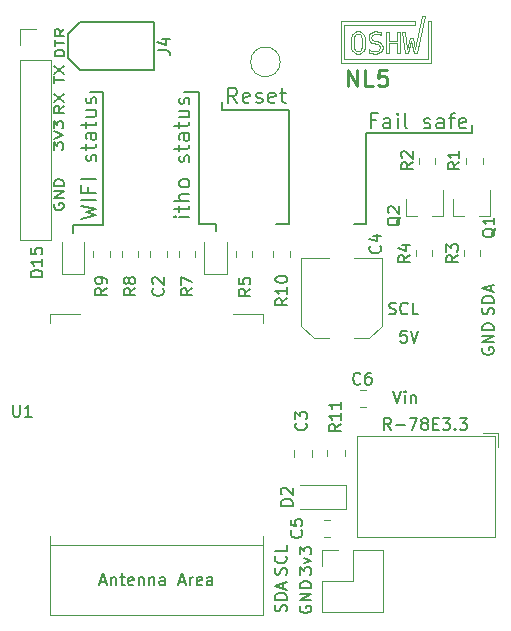
<source format=gto>
G04 #@! TF.GenerationSoftware,KiCad,Pcbnew,(6.0.1-0)*
G04 #@! TF.CreationDate,2022-02-11T21:02:12+01:00*
G04 #@! TF.ProjectId,ithowifi_4l,6974686f-7769-4666-995f-346c2e6b6963,rev?*
G04 #@! TF.SameCoordinates,Original*
G04 #@! TF.FileFunction,Legend,Top*
G04 #@! TF.FilePolarity,Positive*
%FSLAX46Y46*%
G04 Gerber Fmt 4.6, Leading zero omitted, Abs format (unit mm)*
G04 Created by KiCad (PCBNEW (6.0.1-0)) date 2022-02-11 21:02:12*
%MOMM*%
%LPD*%
G01*
G04 APERTURE LIST*
%ADD10C,0.200000*%
%ADD11C,0.125000*%
%ADD12C,0.150000*%
%ADD13C,0.219726*%
%ADD14C,0.120000*%
G04 APERTURE END LIST*
D10*
X99568000Y-111760000D02*
X99568000Y-122936000D01*
X99568000Y-111760000D02*
X98298000Y-111760000D01*
X99568000Y-122936000D02*
X100965000Y-122936000D01*
X100965000Y-123571000D02*
X100965000Y-122936000D01*
X113665000Y-122936000D02*
X112649000Y-122936000D01*
X113665000Y-122936000D02*
X113665000Y-115252500D01*
X122682000Y-115252500D02*
X122682000Y-114617500D01*
X113665000Y-115252500D02*
X122682000Y-115252500D01*
X106045000Y-122936000D02*
X107188000Y-122936000D01*
X101473000Y-113284000D02*
X101473000Y-112649000D01*
X101473000Y-113284000D02*
X107188000Y-113284000D01*
X107188000Y-122936000D02*
X107188000Y-113284000D01*
X88900000Y-123063000D02*
X91440000Y-123063000D01*
D11*
X116768896Y-106703121D02*
X116768896Y-106703121D01*
X117040946Y-108525770D02*
X116768896Y-106703121D01*
X117274296Y-108525770D02*
X117040946Y-108525770D01*
X117520896Y-107442870D02*
X117274296Y-108525770D01*
X117768496Y-108525770D02*
X117520896Y-107442870D01*
X118001795Y-108525770D02*
X117768496Y-108525770D01*
X118690546Y-105348970D02*
X118001795Y-108525770D01*
X118450196Y-105348970D02*
X118690546Y-105348970D01*
X117858846Y-108185070D02*
X118450196Y-105348970D01*
X117648846Y-107203620D02*
X117858846Y-108185070D01*
X117391446Y-107203620D02*
X117648846Y-107203620D01*
X117183946Y-108182620D02*
X117391446Y-107203620D01*
X117009246Y-106703121D02*
X117183946Y-108182620D01*
X116768896Y-106703121D02*
X117009246Y-106703121D01*
X115431795Y-106703121D02*
X115431795Y-106703121D01*
X115431795Y-108525770D02*
X115431795Y-106703121D01*
X115679746Y-108525770D02*
X115431795Y-108525770D01*
X115679746Y-107657720D02*
X115679746Y-108525770D01*
X116354646Y-107657720D02*
X115679746Y-107657720D01*
X116354646Y-108525770D02*
X116354646Y-107657720D01*
X116602596Y-108525770D02*
X116354646Y-108525770D01*
X116602596Y-106703121D02*
X116602596Y-108525770D01*
X116354646Y-106703121D02*
X116602596Y-106703121D01*
X116354646Y-107450220D02*
X116354646Y-106703121D01*
X115679746Y-107450220D02*
X116354646Y-107450220D01*
X115679746Y-106703121D02*
X115679746Y-107450220D01*
X115431795Y-106703121D02*
X115679746Y-106703121D01*
X114996431Y-106765820D02*
X114996431Y-106765520D01*
X114975001Y-106757670D02*
X114996431Y-106765820D01*
X114771546Y-106698820D02*
X114975001Y-106757670D01*
X114752281Y-106695020D02*
X114771546Y-106698820D01*
X114732756Y-106690921D02*
X114752281Y-106695020D01*
X114586541Y-106670570D02*
X114732756Y-106690921D01*
X114531476Y-106670570D02*
X114586541Y-106670570D01*
X114469896Y-106670570D02*
X114531476Y-106670570D01*
X114285976Y-106707220D02*
X114469896Y-106670570D01*
X114121861Y-106793470D02*
X114285976Y-106707220D01*
X114094466Y-106818170D02*
X114121861Y-106793470D01*
X114067066Y-106842570D02*
X114094466Y-106818170D01*
X113971580Y-106989070D02*
X114067066Y-106842570D01*
X113930885Y-107153720D02*
X113971580Y-106989070D01*
X113930885Y-107208770D02*
X113930885Y-107153720D01*
X113930885Y-107252470D02*
X113930885Y-107208770D01*
X113959376Y-107384020D02*
X113930885Y-107252470D01*
X114026376Y-107500670D02*
X113959376Y-107384020D01*
X114045636Y-107520220D02*
X114026376Y-107500670D01*
X114064626Y-107539470D02*
X114045636Y-107520220D01*
X114195101Y-107621370D02*
X114064626Y-107539470D01*
X114371971Y-107683770D02*
X114195101Y-107621370D01*
X114414291Y-107693270D02*
X114371971Y-107683770D01*
X114545851Y-107723920D02*
X114414291Y-107693270D01*
X114575151Y-107730420D02*
X114545851Y-107723920D01*
X114696136Y-107771121D02*
X114575151Y-107730420D01*
X114781851Y-107822670D02*
X114696136Y-107771121D01*
X114793791Y-107834870D02*
X114781851Y-107822670D01*
X114805726Y-107846820D02*
X114793791Y-107834870D01*
X114865681Y-107991370D02*
X114805726Y-107846820D01*
X114865681Y-108043720D02*
X114865681Y-107991370D01*
X114865681Y-108077120D02*
X114865681Y-108043720D01*
X114839636Y-108177220D02*
X114865681Y-108077120D01*
X114779146Y-108264020D02*
X114839636Y-108177220D01*
X114762056Y-108278120D02*
X114779146Y-108264020D01*
X114744691Y-108291970D02*
X114762056Y-108278120D01*
X114637541Y-108340220D02*
X114744691Y-108291970D01*
X114513026Y-108361120D02*
X114637541Y-108340220D01*
X114471526Y-108361120D02*
X114513026Y-108361120D01*
X114413471Y-108361120D02*
X114471526Y-108361120D01*
X114239591Y-108326420D02*
X114413471Y-108361120D01*
X114218706Y-108319620D02*
X114239591Y-108326420D01*
X114197816Y-108312571D02*
X114218706Y-108319620D01*
X113977275Y-108203771D02*
X114197816Y-108312571D01*
X113953951Y-108189120D02*
X113977275Y-108203771D01*
X113953951Y-108451470D02*
X113953951Y-108189120D01*
X113975651Y-108460420D02*
X113953951Y-108451470D01*
X114192116Y-108528770D02*
X113975651Y-108460420D01*
X114213816Y-108533370D02*
X114192116Y-108528770D01*
X114235251Y-108537970D02*
X114213816Y-108533370D01*
X114406966Y-108561320D02*
X114235251Y-108537970D01*
X114471526Y-108561320D02*
X114406966Y-108561320D01*
X114539066Y-108561320D02*
X114471526Y-108561320D01*
X114742521Y-108527121D02*
X114539066Y-108561320D01*
X114913421Y-108447370D02*
X114742521Y-108527121D01*
X114940276Y-108424620D02*
X114913421Y-108447370D01*
X114967131Y-108401820D02*
X114940276Y-108424620D01*
X115060991Y-108256970D02*
X114967131Y-108401820D01*
X115101411Y-108085220D02*
X115060991Y-108256970D01*
X115101411Y-108028020D02*
X115101411Y-108085220D01*
X115101411Y-107978371D02*
X115101411Y-108028020D01*
X115072111Y-107830270D02*
X115101411Y-107978371D01*
X115003751Y-107700070D02*
X115072111Y-107830270D01*
X114984221Y-107678870D02*
X115003751Y-107700070D01*
X114964686Y-107657470D02*
X114984221Y-107678870D01*
X114832041Y-107567670D02*
X114964686Y-107657470D01*
X114653276Y-107500670D02*
X114832041Y-107567670D01*
X114610686Y-107490920D02*
X114653276Y-107500670D01*
X114481291Y-107461620D02*
X114610686Y-107490920D01*
X114450911Y-107454270D02*
X114481291Y-107461620D01*
X114243385Y-107365870D02*
X114450911Y-107454270D01*
X114232271Y-107355270D02*
X114243385Y-107365870D01*
X114221146Y-107344670D02*
X114232271Y-107355270D01*
X114166346Y-107216920D02*
X114221146Y-107344670D01*
X114166346Y-107170820D02*
X114166346Y-107216920D01*
X114166346Y-107139870D02*
X114166346Y-107170820D01*
X114191576Y-107047120D02*
X114166346Y-107139870D01*
X114250716Y-106965720D02*
X114191576Y-107047120D01*
X114267806Y-106952421D02*
X114250716Y-106965720D01*
X114284626Y-106938620D02*
X114267806Y-106952421D01*
X114387431Y-106891120D02*
X114284626Y-106938620D01*
X114514386Y-106870520D02*
X114387431Y-106891120D01*
X114543681Y-106870520D02*
X114514386Y-106870520D01*
X114562671Y-106870520D02*
X114543681Y-106870520D01*
X114752011Y-106900920D02*
X114562671Y-106870520D01*
X114770736Y-106907120D02*
X114752011Y-106900920D01*
X114789451Y-106913120D02*
X114770736Y-106907120D01*
X114977706Y-107003720D02*
X114789451Y-106913120D01*
X114996431Y-107015920D02*
X114977706Y-107003720D01*
X114996431Y-106765520D02*
X114996431Y-107015920D01*
X113619201Y-107616221D02*
X113619201Y-107616221D01*
X113619201Y-107512070D02*
X113619201Y-107616221D01*
X113581225Y-107199570D02*
X113619201Y-107512070D01*
X113493061Y-106943470D02*
X113581225Y-107199570D01*
X113467841Y-106904420D02*
X113493061Y-106943470D01*
X113442611Y-106865370D02*
X113467841Y-106904420D01*
X113277951Y-106728620D02*
X113442611Y-106865370D01*
X113076125Y-106670020D02*
X113277951Y-106728620D01*
X113008851Y-106670020D02*
X113076125Y-106670020D01*
X112941576Y-106670020D02*
X113008851Y-106670020D01*
X112740296Y-106728620D02*
X112941576Y-106670020D01*
X112575096Y-106865370D02*
X112740296Y-106728620D01*
X112549866Y-106904420D02*
X112575096Y-106865370D01*
X112524636Y-106943470D02*
X112549866Y-106904420D01*
X112437021Y-107199570D02*
X112524636Y-106943470D01*
X112399581Y-107512070D02*
X112437021Y-107199570D01*
X112399581Y-107616221D02*
X112399581Y-107512070D01*
X112399581Y-107720370D02*
X112399581Y-107616221D01*
X112437021Y-108033170D02*
X112399581Y-107720370D01*
X112524636Y-108288671D02*
X112437021Y-108033170D01*
X112549866Y-108327770D02*
X112524636Y-108288671D01*
X112574826Y-108366570D02*
X112549866Y-108327770D01*
X112739486Y-108502470D02*
X112574826Y-108366570D01*
X112941306Y-108561070D02*
X112739486Y-108502470D01*
X113008851Y-108561070D02*
X112941306Y-108561070D01*
X113076125Y-108561070D02*
X113008851Y-108561070D01*
X113277951Y-108502470D02*
X113076125Y-108561070D01*
X113442611Y-108365720D02*
X113277951Y-108502470D01*
X113467841Y-108326670D02*
X113442611Y-108365720D01*
X113493061Y-108287620D02*
X113467841Y-108326670D01*
X113581225Y-108031820D02*
X113493061Y-108287620D01*
X113619201Y-107720120D02*
X113581225Y-108031820D01*
X113619201Y-107616221D02*
X113619201Y-107720120D01*
X113361501Y-107616221D02*
X113361501Y-107616221D01*
X113361501Y-107702220D02*
X113361501Y-107616221D01*
X113340611Y-107960470D02*
X113361501Y-107702220D01*
X113292326Y-108161220D02*
X113340611Y-107960470D01*
X113278491Y-108189970D02*
X113292326Y-108161220D01*
X113264656Y-108218420D02*
X113278491Y-108189970D01*
X113169986Y-108317970D02*
X113264656Y-108218420D01*
X113049001Y-108360871D02*
X113169986Y-108317970D01*
X113008851Y-108360871D02*
X113049001Y-108360871D01*
X112968431Y-108360871D02*
X113008851Y-108360871D01*
X112847721Y-108317720D02*
X112968431Y-108360871D01*
X112752775Y-108217070D02*
X112847721Y-108317720D01*
X112738941Y-108188620D02*
X112752775Y-108217070D01*
X112725101Y-108159870D02*
X112738941Y-108188620D01*
X112677631Y-107959370D02*
X112725101Y-108159870D01*
X112657291Y-107701971D02*
X112677631Y-107959370D01*
X112657291Y-107616221D02*
X112657291Y-107701971D01*
X112657291Y-107529970D02*
X112657291Y-107616221D01*
X112677631Y-107271970D02*
X112657291Y-107529970D01*
X112725101Y-107070970D02*
X112677631Y-107271970D01*
X112738941Y-107042470D02*
X112725101Y-107070970D01*
X112752775Y-107013720D02*
X112738941Y-107042470D01*
X112847721Y-106913120D02*
X112752775Y-107013720D01*
X111558386Y-105805820D02*
X111558386Y-109350710D01*
X119243946Y-105805820D02*
X118937946Y-105805820D01*
X119243946Y-109350710D02*
X119243946Y-105805820D01*
X112968431Y-106870221D02*
X112847721Y-106913120D01*
X113008851Y-106870221D02*
X112968431Y-106870221D01*
X113049001Y-106870221D02*
X113008851Y-106870221D01*
X113169986Y-106913120D02*
X113049001Y-106870221D01*
X113264656Y-107013720D02*
X113169986Y-106913120D01*
X113278491Y-107042470D02*
X113264656Y-107013720D01*
X111870886Y-106118320D02*
X117878096Y-106118320D01*
X111870886Y-109038210D02*
X111870886Y-106118320D01*
X111558386Y-109350710D02*
X119243946Y-109350710D01*
X118931446Y-109038210D02*
X111870886Y-109038210D01*
X118937946Y-105805820D02*
X118931446Y-109038210D01*
X117878096Y-105805820D02*
X111558386Y-105805820D01*
X117878096Y-106118320D02*
X117878096Y-105805820D01*
X113292326Y-107070970D02*
X113278491Y-107042470D01*
X113340611Y-107271970D02*
X113292326Y-107070970D01*
X113361501Y-107529970D02*
X113340611Y-107271970D01*
X113361501Y-107616221D02*
X113361501Y-107529970D01*
X111558386Y-105805820D02*
X111558386Y-105805820D01*
D10*
X90360500Y-111760000D02*
X91440000Y-111760000D01*
X88900000Y-123698000D02*
X88900000Y-123063000D01*
X91440000Y-111760000D02*
X91440000Y-123063000D01*
D12*
X115649523Y-130579761D02*
X115792380Y-130627380D01*
X116030476Y-130627380D01*
X116125714Y-130579761D01*
X116173333Y-130532142D01*
X116220952Y-130436904D01*
X116220952Y-130341666D01*
X116173333Y-130246428D01*
X116125714Y-130198809D01*
X116030476Y-130151190D01*
X115840000Y-130103571D01*
X115744761Y-130055952D01*
X115697142Y-130008333D01*
X115649523Y-129913095D01*
X115649523Y-129817857D01*
X115697142Y-129722619D01*
X115744761Y-129675000D01*
X115840000Y-129627380D01*
X116078095Y-129627380D01*
X116220952Y-129675000D01*
X117220952Y-130532142D02*
X117173333Y-130579761D01*
X117030476Y-130627380D01*
X116935238Y-130627380D01*
X116792380Y-130579761D01*
X116697142Y-130484523D01*
X116649523Y-130389285D01*
X116601904Y-130198809D01*
X116601904Y-130055952D01*
X116649523Y-129865476D01*
X116697142Y-129770238D01*
X116792380Y-129675000D01*
X116935238Y-129627380D01*
X117030476Y-129627380D01*
X117173333Y-129675000D01*
X117220952Y-129722619D01*
X118125714Y-130627380D02*
X117649523Y-130627380D01*
X117649523Y-129627380D01*
X87318904Y-111048704D02*
X87318904Y-110477276D01*
X88118904Y-110762990D02*
X87318904Y-110762990D01*
X87318904Y-110239180D02*
X88118904Y-109572514D01*
X87318904Y-109572514D02*
X88118904Y-110239180D01*
X87268104Y-116681095D02*
X87268104Y-116062047D01*
X87572866Y-116395380D01*
X87572866Y-116252523D01*
X87610961Y-116157285D01*
X87649057Y-116109666D01*
X87725247Y-116062047D01*
X87915723Y-116062047D01*
X87991914Y-116109666D01*
X88030009Y-116157285D01*
X88068104Y-116252523D01*
X88068104Y-116538238D01*
X88030009Y-116633476D01*
X87991914Y-116681095D01*
X87268104Y-115776333D02*
X88068104Y-115443000D01*
X87268104Y-115109666D01*
X87268104Y-114871571D02*
X87268104Y-114252523D01*
X87572866Y-114585857D01*
X87572866Y-114443000D01*
X87610961Y-114347761D01*
X87649057Y-114300142D01*
X87725247Y-114252523D01*
X87915723Y-114252523D01*
X87991914Y-114300142D01*
X88030009Y-114347761D01*
X88068104Y-114443000D01*
X88068104Y-114728714D01*
X88030009Y-114823952D01*
X87991914Y-114871571D01*
X87331600Y-121259504D02*
X87293504Y-121354742D01*
X87293504Y-121497600D01*
X87331600Y-121640457D01*
X87407790Y-121735695D01*
X87483980Y-121783314D01*
X87636361Y-121830933D01*
X87750647Y-121830933D01*
X87903028Y-121783314D01*
X87979219Y-121735695D01*
X88055409Y-121640457D01*
X88093504Y-121497600D01*
X88093504Y-121402361D01*
X88055409Y-121259504D01*
X88017314Y-121211885D01*
X87750647Y-121211885D01*
X87750647Y-121402361D01*
X88093504Y-120783314D02*
X87293504Y-120783314D01*
X88093504Y-120211885D01*
X87293504Y-120211885D01*
X88093504Y-119735695D02*
X87293504Y-119735695D01*
X87293504Y-119497600D01*
X87331600Y-119354742D01*
X87407790Y-119259504D01*
X87483980Y-119211885D01*
X87636361Y-119164266D01*
X87750647Y-119164266D01*
X87903028Y-119211885D01*
X87979219Y-119259504D01*
X88055409Y-119354742D01*
X88093504Y-119497600D01*
X88093504Y-119735695D01*
X88093504Y-112968066D02*
X87712552Y-113301400D01*
X88093504Y-113539495D02*
X87293504Y-113539495D01*
X87293504Y-113158542D01*
X87331600Y-113063304D01*
X87369695Y-113015685D01*
X87445885Y-112968066D01*
X87560171Y-112968066D01*
X87636361Y-113015685D01*
X87674457Y-113063304D01*
X87712552Y-113158542D01*
X87712552Y-113539495D01*
X87293504Y-112634733D02*
X88093504Y-111968066D01*
X87293504Y-111968066D02*
X88093504Y-112634733D01*
X106936761Y-152658476D02*
X106984380Y-152515619D01*
X106984380Y-152277523D01*
X106936761Y-152182285D01*
X106889142Y-152134666D01*
X106793904Y-152087047D01*
X106698666Y-152087047D01*
X106603428Y-152134666D01*
X106555809Y-152182285D01*
X106508190Y-152277523D01*
X106460571Y-152468000D01*
X106412952Y-152563238D01*
X106365333Y-152610857D01*
X106270095Y-152658476D01*
X106174857Y-152658476D01*
X106079619Y-152610857D01*
X106032000Y-152563238D01*
X105984380Y-152468000D01*
X105984380Y-152229904D01*
X106032000Y-152087047D01*
X106889142Y-151087047D02*
X106936761Y-151134666D01*
X106984380Y-151277523D01*
X106984380Y-151372761D01*
X106936761Y-151515619D01*
X106841523Y-151610857D01*
X106746285Y-151658476D01*
X106555809Y-151706095D01*
X106412952Y-151706095D01*
X106222476Y-151658476D01*
X106127238Y-151610857D01*
X106032000Y-151515619D01*
X105984380Y-151372761D01*
X105984380Y-151277523D01*
X106032000Y-151134666D01*
X106079619Y-151087047D01*
X106984380Y-150182285D02*
X106984380Y-150658476D01*
X105984380Y-150658476D01*
X106936761Y-155782285D02*
X106984380Y-155639428D01*
X106984380Y-155401333D01*
X106936761Y-155306095D01*
X106889142Y-155258476D01*
X106793904Y-155210857D01*
X106698666Y-155210857D01*
X106603428Y-155258476D01*
X106555809Y-155306095D01*
X106508190Y-155401333D01*
X106460571Y-155591809D01*
X106412952Y-155687047D01*
X106365333Y-155734666D01*
X106270095Y-155782285D01*
X106174857Y-155782285D01*
X106079619Y-155734666D01*
X106032000Y-155687047D01*
X105984380Y-155591809D01*
X105984380Y-155353714D01*
X106032000Y-155210857D01*
X106984380Y-154782285D02*
X105984380Y-154782285D01*
X105984380Y-154544190D01*
X106032000Y-154401333D01*
X106127238Y-154306095D01*
X106222476Y-154258476D01*
X106412952Y-154210857D01*
X106555809Y-154210857D01*
X106746285Y-154258476D01*
X106841523Y-154306095D01*
X106936761Y-154401333D01*
X106984380Y-154544190D01*
X106984380Y-154782285D01*
X106698666Y-153829904D02*
X106698666Y-153353714D01*
X106984380Y-153925142D02*
X105984380Y-153591809D01*
X106984380Y-153258476D01*
X108132000Y-155329904D02*
X108084380Y-155425142D01*
X108084380Y-155568000D01*
X108132000Y-155710857D01*
X108227238Y-155806095D01*
X108322476Y-155853714D01*
X108512952Y-155901333D01*
X108655809Y-155901333D01*
X108846285Y-155853714D01*
X108941523Y-155806095D01*
X109036761Y-155710857D01*
X109084380Y-155568000D01*
X109084380Y-155472761D01*
X109036761Y-155329904D01*
X108989142Y-155282285D01*
X108655809Y-155282285D01*
X108655809Y-155472761D01*
X109084380Y-154853714D02*
X108084380Y-154853714D01*
X109084380Y-154282285D01*
X108084380Y-154282285D01*
X109084380Y-153806095D02*
X108084380Y-153806095D01*
X108084380Y-153568000D01*
X108132000Y-153425142D01*
X108227238Y-153329904D01*
X108322476Y-153282285D01*
X108512952Y-153234666D01*
X108655809Y-153234666D01*
X108846285Y-153282285D01*
X108941523Y-153329904D01*
X109036761Y-153425142D01*
X109084380Y-153568000D01*
X109084380Y-153806095D01*
X108084380Y-152658476D02*
X108084380Y-152039428D01*
X108465333Y-152372761D01*
X108465333Y-152229904D01*
X108512952Y-152134666D01*
X108560571Y-152087047D01*
X108655809Y-152039428D01*
X108893904Y-152039428D01*
X108989142Y-152087047D01*
X109036761Y-152134666D01*
X109084380Y-152229904D01*
X109084380Y-152515619D01*
X109036761Y-152610857D01*
X108989142Y-152658476D01*
X108417714Y-151706095D02*
X109084380Y-151468000D01*
X108417714Y-151229904D01*
X108084380Y-150944190D02*
X108084380Y-150325142D01*
X108465333Y-150658476D01*
X108465333Y-150515619D01*
X108512952Y-150420380D01*
X108560571Y-150372761D01*
X108655809Y-150325142D01*
X108893904Y-150325142D01*
X108989142Y-150372761D01*
X109036761Y-150420380D01*
X109084380Y-150515619D01*
X109084380Y-150801333D01*
X109036761Y-150896571D01*
X108989142Y-150944190D01*
X117141523Y-132020380D02*
X116665333Y-132020380D01*
X116617714Y-132496571D01*
X116665333Y-132448952D01*
X116760571Y-132401333D01*
X116998666Y-132401333D01*
X117093904Y-132448952D01*
X117141523Y-132496571D01*
X117189142Y-132591809D01*
X117189142Y-132829904D01*
X117141523Y-132925142D01*
X117093904Y-132972761D01*
X116998666Y-133020380D01*
X116760571Y-133020380D01*
X116665333Y-132972761D01*
X116617714Y-132925142D01*
X117474857Y-132020380D02*
X117808190Y-133020380D01*
X118141523Y-132020380D01*
X86304380Y-127452285D02*
X85304380Y-127452285D01*
X85304380Y-127214190D01*
X85352000Y-127071333D01*
X85447238Y-126976095D01*
X85542476Y-126928476D01*
X85732952Y-126880857D01*
X85875809Y-126880857D01*
X86066285Y-126928476D01*
X86161523Y-126976095D01*
X86256761Y-127071333D01*
X86304380Y-127214190D01*
X86304380Y-127452285D01*
X86304380Y-125928476D02*
X86304380Y-126499904D01*
X86304380Y-126214190D02*
X85304380Y-126214190D01*
X85447238Y-126309428D01*
X85542476Y-126404666D01*
X85590095Y-126499904D01*
X85304380Y-125023714D02*
X85304380Y-125499904D01*
X85780571Y-125547523D01*
X85732952Y-125499904D01*
X85685333Y-125404666D01*
X85685333Y-125166571D01*
X85732952Y-125071333D01*
X85780571Y-125023714D01*
X85875809Y-124976095D01*
X86113904Y-124976095D01*
X86209142Y-125023714D01*
X86256761Y-125071333D01*
X86304380Y-125166571D01*
X86304380Y-125404666D01*
X86256761Y-125499904D01*
X86209142Y-125547523D01*
D13*
X112172655Y-111312333D02*
X112172655Y-109912333D01*
X112972655Y-111312333D01*
X112972655Y-109912333D01*
X114305988Y-111312333D02*
X113639321Y-111312333D01*
X113639321Y-109912333D01*
X115439321Y-109912333D02*
X114772655Y-109912333D01*
X114705988Y-110579000D01*
X114772655Y-110512333D01*
X114905988Y-110445666D01*
X115239321Y-110445666D01*
X115372655Y-110512333D01*
X115439321Y-110579000D01*
X115505988Y-110712333D01*
X115505988Y-111045666D01*
X115439321Y-111179000D01*
X115372655Y-111245666D01*
X115239321Y-111312333D01*
X114905988Y-111312333D01*
X114772655Y-111245666D01*
X114705988Y-111179000D01*
D12*
X116008190Y-137120380D02*
X116341523Y-138120380D01*
X116674857Y-137120380D01*
X117008190Y-138120380D02*
X117008190Y-137453714D01*
X117008190Y-137120380D02*
X116960571Y-137168000D01*
X117008190Y-137215619D01*
X117055809Y-137168000D01*
X117008190Y-137120380D01*
X117008190Y-137215619D01*
X117484380Y-137453714D02*
X117484380Y-138120380D01*
X117484380Y-137548952D02*
X117532000Y-137501333D01*
X117627238Y-137453714D01*
X117770095Y-137453714D01*
X117865333Y-137501333D01*
X117912952Y-137596571D01*
X117912952Y-138120380D01*
X123579000Y-133476904D02*
X123531380Y-133572142D01*
X123531380Y-133715000D01*
X123579000Y-133857857D01*
X123674238Y-133953095D01*
X123769476Y-134000714D01*
X123959952Y-134048333D01*
X124102809Y-134048333D01*
X124293285Y-134000714D01*
X124388523Y-133953095D01*
X124483761Y-133857857D01*
X124531380Y-133715000D01*
X124531380Y-133619761D01*
X124483761Y-133476904D01*
X124436142Y-133429285D01*
X124102809Y-133429285D01*
X124102809Y-133619761D01*
X124531380Y-133000714D02*
X123531380Y-133000714D01*
X124531380Y-132429285D01*
X123531380Y-132429285D01*
X124531380Y-131953095D02*
X123531380Y-131953095D01*
X123531380Y-131715000D01*
X123579000Y-131572142D01*
X123674238Y-131476904D01*
X123769476Y-131429285D01*
X123959952Y-131381666D01*
X124102809Y-131381666D01*
X124293285Y-131429285D01*
X124388523Y-131476904D01*
X124483761Y-131572142D01*
X124531380Y-131715000D01*
X124531380Y-131953095D01*
X124483761Y-130627285D02*
X124531380Y-130484428D01*
X124531380Y-130246333D01*
X124483761Y-130151095D01*
X124436142Y-130103476D01*
X124340904Y-130055857D01*
X124245666Y-130055857D01*
X124150428Y-130103476D01*
X124102809Y-130151095D01*
X124055190Y-130246333D01*
X124007571Y-130436809D01*
X123959952Y-130532047D01*
X123912333Y-130579666D01*
X123817095Y-130627285D01*
X123721857Y-130627285D01*
X123626619Y-130579666D01*
X123579000Y-130532047D01*
X123531380Y-130436809D01*
X123531380Y-130198714D01*
X123579000Y-130055857D01*
X124531380Y-129627285D02*
X123531380Y-129627285D01*
X123531380Y-129389190D01*
X123579000Y-129246333D01*
X123674238Y-129151095D01*
X123769476Y-129103476D01*
X123959952Y-129055857D01*
X124102809Y-129055857D01*
X124293285Y-129103476D01*
X124388523Y-129151095D01*
X124483761Y-129246333D01*
X124531380Y-129389190D01*
X124531380Y-129627285D01*
X124245666Y-128674904D02*
X124245666Y-128198714D01*
X124531380Y-128770142D02*
X123531380Y-128436809D01*
X124531380Y-128103476D01*
X88144304Y-108788057D02*
X87344304Y-108788057D01*
X87344304Y-108549961D01*
X87382400Y-108407104D01*
X87458590Y-108311866D01*
X87534780Y-108264247D01*
X87687161Y-108216628D01*
X87801447Y-108216628D01*
X87953828Y-108264247D01*
X88030019Y-108311866D01*
X88106209Y-108407104D01*
X88144304Y-108549961D01*
X88144304Y-108788057D01*
X87344304Y-107930914D02*
X87344304Y-107359485D01*
X88144304Y-107645200D02*
X87344304Y-107645200D01*
X88144304Y-106454723D02*
X87763352Y-106788057D01*
X88144304Y-107026152D02*
X87344304Y-107026152D01*
X87344304Y-106645200D01*
X87382400Y-106549961D01*
X87420495Y-106502342D01*
X87496685Y-106454723D01*
X87610971Y-106454723D01*
X87687161Y-106502342D01*
X87725257Y-106549961D01*
X87763352Y-106645200D01*
X87763352Y-107026152D01*
X115814838Y-140406380D02*
X115481504Y-139930190D01*
X115243409Y-140406380D02*
X115243409Y-139406380D01*
X115624361Y-139406380D01*
X115719600Y-139454000D01*
X115767219Y-139501619D01*
X115814838Y-139596857D01*
X115814838Y-139739714D01*
X115767219Y-139834952D01*
X115719600Y-139882571D01*
X115624361Y-139930190D01*
X115243409Y-139930190D01*
X116243409Y-140025428D02*
X117005314Y-140025428D01*
X117386266Y-139406380D02*
X118052933Y-139406380D01*
X117624361Y-140406380D01*
X118576742Y-139834952D02*
X118481504Y-139787333D01*
X118433885Y-139739714D01*
X118386266Y-139644476D01*
X118386266Y-139596857D01*
X118433885Y-139501619D01*
X118481504Y-139454000D01*
X118576742Y-139406380D01*
X118767219Y-139406380D01*
X118862457Y-139454000D01*
X118910076Y-139501619D01*
X118957695Y-139596857D01*
X118957695Y-139644476D01*
X118910076Y-139739714D01*
X118862457Y-139787333D01*
X118767219Y-139834952D01*
X118576742Y-139834952D01*
X118481504Y-139882571D01*
X118433885Y-139930190D01*
X118386266Y-140025428D01*
X118386266Y-140215904D01*
X118433885Y-140311142D01*
X118481504Y-140358761D01*
X118576742Y-140406380D01*
X118767219Y-140406380D01*
X118862457Y-140358761D01*
X118910076Y-140311142D01*
X118957695Y-140215904D01*
X118957695Y-140025428D01*
X118910076Y-139930190D01*
X118862457Y-139882571D01*
X118767219Y-139834952D01*
X119386266Y-139882571D02*
X119719600Y-139882571D01*
X119862457Y-140406380D02*
X119386266Y-140406380D01*
X119386266Y-139406380D01*
X119862457Y-139406380D01*
X120195790Y-139406380D02*
X120814838Y-139406380D01*
X120481504Y-139787333D01*
X120624361Y-139787333D01*
X120719600Y-139834952D01*
X120767219Y-139882571D01*
X120814838Y-139977809D01*
X120814838Y-140215904D01*
X120767219Y-140311142D01*
X120719600Y-140358761D01*
X120624361Y-140406380D01*
X120338647Y-140406380D01*
X120243409Y-140358761D01*
X120195790Y-140311142D01*
X121243409Y-140311142D02*
X121291028Y-140358761D01*
X121243409Y-140406380D01*
X121195790Y-140358761D01*
X121243409Y-140311142D01*
X121243409Y-140406380D01*
X121624361Y-139406380D02*
X122243409Y-139406380D01*
X121910076Y-139787333D01*
X122052933Y-139787333D01*
X122148171Y-139834952D01*
X122195790Y-139882571D01*
X122243409Y-139977809D01*
X122243409Y-140215904D01*
X122195790Y-140311142D01*
X122148171Y-140358761D01*
X122052933Y-140406380D01*
X121767219Y-140406380D01*
X121671980Y-140358761D01*
X121624361Y-140311142D01*
X116622219Y-122380238D02*
X116574600Y-122475476D01*
X116479361Y-122570714D01*
X116336504Y-122713571D01*
X116288885Y-122808809D01*
X116288885Y-122904047D01*
X116526980Y-122856428D02*
X116479361Y-122951666D01*
X116384123Y-123046904D01*
X116193647Y-123094523D01*
X115860314Y-123094523D01*
X115669838Y-123046904D01*
X115574600Y-122951666D01*
X115526980Y-122856428D01*
X115526980Y-122665952D01*
X115574600Y-122570714D01*
X115669838Y-122475476D01*
X115860314Y-122427857D01*
X116193647Y-122427857D01*
X116384123Y-122475476D01*
X116479361Y-122570714D01*
X116526980Y-122665952D01*
X116526980Y-122856428D01*
X115622219Y-122046904D02*
X115574600Y-121999285D01*
X115526980Y-121904047D01*
X115526980Y-121665952D01*
X115574600Y-121570714D01*
X115622219Y-121523095D01*
X115717457Y-121475476D01*
X115812695Y-121475476D01*
X115955552Y-121523095D01*
X116526980Y-122094523D01*
X116526980Y-121475476D01*
X117673380Y-117768666D02*
X117197190Y-118102000D01*
X117673380Y-118340095D02*
X116673380Y-118340095D01*
X116673380Y-117959142D01*
X116721000Y-117863904D01*
X116768619Y-117816285D01*
X116863857Y-117768666D01*
X117006714Y-117768666D01*
X117101952Y-117816285D01*
X117149571Y-117863904D01*
X117197190Y-117959142D01*
X117197190Y-118340095D01*
X116768619Y-117387714D02*
X116721000Y-117340095D01*
X116673380Y-117244857D01*
X116673380Y-117006761D01*
X116721000Y-116911523D01*
X116768619Y-116863904D01*
X116863857Y-116816285D01*
X116959095Y-116816285D01*
X117101952Y-116863904D01*
X117673380Y-117435333D01*
X117673380Y-116816285D01*
X83820095Y-138288780D02*
X83820095Y-139098304D01*
X83867714Y-139193542D01*
X83915333Y-139241161D01*
X84010571Y-139288780D01*
X84201047Y-139288780D01*
X84296285Y-139241161D01*
X84343904Y-139193542D01*
X84391523Y-139098304D01*
X84391523Y-138288780D01*
X85391523Y-139288780D02*
X84820095Y-139288780D01*
X85105809Y-139288780D02*
X85105809Y-138288780D01*
X85010571Y-138431638D01*
X84915333Y-138526876D01*
X84820095Y-138574495D01*
X91215695Y-153270266D02*
X91691885Y-153270266D01*
X91120457Y-153555980D02*
X91453790Y-152555980D01*
X91787123Y-153555980D01*
X92120457Y-152889314D02*
X92120457Y-153555980D01*
X92120457Y-152984552D02*
X92168076Y-152936933D01*
X92263314Y-152889314D01*
X92406171Y-152889314D01*
X92501409Y-152936933D01*
X92549028Y-153032171D01*
X92549028Y-153555980D01*
X92882361Y-152889314D02*
X93263314Y-152889314D01*
X93025219Y-152555980D02*
X93025219Y-153413123D01*
X93072838Y-153508361D01*
X93168076Y-153555980D01*
X93263314Y-153555980D01*
X93977600Y-153508361D02*
X93882361Y-153555980D01*
X93691885Y-153555980D01*
X93596647Y-153508361D01*
X93549028Y-153413123D01*
X93549028Y-153032171D01*
X93596647Y-152936933D01*
X93691885Y-152889314D01*
X93882361Y-152889314D01*
X93977600Y-152936933D01*
X94025219Y-153032171D01*
X94025219Y-153127409D01*
X93549028Y-153222647D01*
X94453790Y-152889314D02*
X94453790Y-153555980D01*
X94453790Y-152984552D02*
X94501409Y-152936933D01*
X94596647Y-152889314D01*
X94739504Y-152889314D01*
X94834742Y-152936933D01*
X94882361Y-153032171D01*
X94882361Y-153555980D01*
X95358552Y-152889314D02*
X95358552Y-153555980D01*
X95358552Y-152984552D02*
X95406171Y-152936933D01*
X95501409Y-152889314D01*
X95644266Y-152889314D01*
X95739504Y-152936933D01*
X95787123Y-153032171D01*
X95787123Y-153555980D01*
X96691885Y-153555980D02*
X96691885Y-153032171D01*
X96644266Y-152936933D01*
X96549028Y-152889314D01*
X96358552Y-152889314D01*
X96263314Y-152936933D01*
X96691885Y-153508361D02*
X96596647Y-153555980D01*
X96358552Y-153555980D01*
X96263314Y-153508361D01*
X96215695Y-153413123D01*
X96215695Y-153317885D01*
X96263314Y-153222647D01*
X96358552Y-153175028D01*
X96596647Y-153175028D01*
X96691885Y-153127409D01*
X97882361Y-153270266D02*
X98358552Y-153270266D01*
X97787123Y-153555980D02*
X98120457Y-152555980D01*
X98453790Y-153555980D01*
X98787123Y-153555980D02*
X98787123Y-152889314D01*
X98787123Y-153079790D02*
X98834742Y-152984552D01*
X98882361Y-152936933D01*
X98977600Y-152889314D01*
X99072838Y-152889314D01*
X99787123Y-153508361D02*
X99691885Y-153555980D01*
X99501409Y-153555980D01*
X99406171Y-153508361D01*
X99358552Y-153413123D01*
X99358552Y-153032171D01*
X99406171Y-152936933D01*
X99501409Y-152889314D01*
X99691885Y-152889314D01*
X99787123Y-152936933D01*
X99834742Y-153032171D01*
X99834742Y-153127409D01*
X99358552Y-153222647D01*
X100691885Y-153555980D02*
X100691885Y-153032171D01*
X100644266Y-152936933D01*
X100549028Y-152889314D01*
X100358552Y-152889314D01*
X100263314Y-152936933D01*
X100691885Y-153508361D02*
X100596647Y-153555980D01*
X100358552Y-153555980D01*
X100263314Y-153508361D01*
X100215695Y-153413123D01*
X100215695Y-153317885D01*
X100263314Y-153222647D01*
X100358552Y-153175028D01*
X100596647Y-153175028D01*
X100691885Y-153127409D01*
X91765380Y-128413566D02*
X91289190Y-128746900D01*
X91765380Y-128984995D02*
X90765380Y-128984995D01*
X90765380Y-128604042D01*
X90813000Y-128508804D01*
X90860619Y-128461185D01*
X90955857Y-128413566D01*
X91098714Y-128413566D01*
X91193952Y-128461185D01*
X91241571Y-128508804D01*
X91289190Y-128604042D01*
X91289190Y-128984995D01*
X91765380Y-127937376D02*
X91765380Y-127746900D01*
X91717761Y-127651661D01*
X91670142Y-127604042D01*
X91527285Y-127508804D01*
X91336809Y-127461185D01*
X90955857Y-127461185D01*
X90860619Y-127508804D01*
X90813000Y-127556423D01*
X90765380Y-127651661D01*
X90765380Y-127842138D01*
X90813000Y-127937376D01*
X90860619Y-127984995D01*
X90955857Y-128032614D01*
X91193952Y-128032614D01*
X91289190Y-127984995D01*
X91336809Y-127937376D01*
X91384428Y-127842138D01*
X91384428Y-127651661D01*
X91336809Y-127556423D01*
X91289190Y-127508804D01*
X91193952Y-127461185D01*
X107039180Y-129277057D02*
X106562990Y-129610390D01*
X107039180Y-129848485D02*
X106039180Y-129848485D01*
X106039180Y-129467533D01*
X106086800Y-129372295D01*
X106134419Y-129324676D01*
X106229657Y-129277057D01*
X106372514Y-129277057D01*
X106467752Y-129324676D01*
X106515371Y-129372295D01*
X106562990Y-129467533D01*
X106562990Y-129848485D01*
X107039180Y-128324676D02*
X107039180Y-128896104D01*
X107039180Y-128610390D02*
X106039180Y-128610390D01*
X106182038Y-128705628D01*
X106277276Y-128800866D01*
X106324895Y-128896104D01*
X106039180Y-127705628D02*
X106039180Y-127610390D01*
X106086800Y-127515152D01*
X106134419Y-127467533D01*
X106229657Y-127419914D01*
X106420133Y-127372295D01*
X106658228Y-127372295D01*
X106848704Y-127419914D01*
X106943942Y-127467533D01*
X106991561Y-127515152D01*
X107039180Y-127610390D01*
X107039180Y-127705628D01*
X106991561Y-127800866D01*
X106943942Y-127848485D01*
X106848704Y-127896104D01*
X106658228Y-127943723D01*
X106420133Y-127943723D01*
X106229657Y-127896104D01*
X106134419Y-127848485D01*
X106086800Y-127800866D01*
X106039180Y-127705628D01*
X117419380Y-125642666D02*
X116943190Y-125976000D01*
X117419380Y-126214095D02*
X116419380Y-126214095D01*
X116419380Y-125833142D01*
X116467000Y-125737904D01*
X116514619Y-125690285D01*
X116609857Y-125642666D01*
X116752714Y-125642666D01*
X116847952Y-125690285D01*
X116895571Y-125737904D01*
X116943190Y-125833142D01*
X116943190Y-126214095D01*
X116752714Y-124785523D02*
X117419380Y-124785523D01*
X116371761Y-125023619D02*
X117086047Y-125261714D01*
X117086047Y-124642666D01*
X89585095Y-122548000D02*
X90885095Y-122238476D01*
X89956523Y-121990857D01*
X90885095Y-121743238D01*
X89585095Y-121433714D01*
X90885095Y-120938476D02*
X89585095Y-120938476D01*
X90204142Y-119886095D02*
X90204142Y-120319428D01*
X90885095Y-120319428D02*
X89585095Y-120319428D01*
X89585095Y-119700380D01*
X90885095Y-119205142D02*
X89585095Y-119205142D01*
X90823190Y-117657523D02*
X90885095Y-117533714D01*
X90885095Y-117286095D01*
X90823190Y-117162285D01*
X90699380Y-117100380D01*
X90637476Y-117100380D01*
X90513666Y-117162285D01*
X90451761Y-117286095D01*
X90451761Y-117471809D01*
X90389857Y-117595619D01*
X90266047Y-117657523D01*
X90204142Y-117657523D01*
X90080333Y-117595619D01*
X90018428Y-117471809D01*
X90018428Y-117286095D01*
X90080333Y-117162285D01*
X90018428Y-116728952D02*
X90018428Y-116233714D01*
X89585095Y-116543238D02*
X90699380Y-116543238D01*
X90823190Y-116481333D01*
X90885095Y-116357523D01*
X90885095Y-116233714D01*
X90885095Y-115243238D02*
X90204142Y-115243238D01*
X90080333Y-115305142D01*
X90018428Y-115428952D01*
X90018428Y-115676571D01*
X90080333Y-115800380D01*
X90823190Y-115243238D02*
X90885095Y-115367047D01*
X90885095Y-115676571D01*
X90823190Y-115800380D01*
X90699380Y-115862285D01*
X90575571Y-115862285D01*
X90451761Y-115800380D01*
X90389857Y-115676571D01*
X90389857Y-115367047D01*
X90327952Y-115243238D01*
X90018428Y-114809904D02*
X90018428Y-114314666D01*
X89585095Y-114624190D02*
X90699380Y-114624190D01*
X90823190Y-114562285D01*
X90885095Y-114438476D01*
X90885095Y-114314666D01*
X90018428Y-113324190D02*
X90885095Y-113324190D01*
X90018428Y-113881333D02*
X90699380Y-113881333D01*
X90823190Y-113819428D01*
X90885095Y-113695619D01*
X90885095Y-113509904D01*
X90823190Y-113386095D01*
X90761285Y-113324190D01*
X90823190Y-112767047D02*
X90885095Y-112643238D01*
X90885095Y-112395619D01*
X90823190Y-112271809D01*
X90699380Y-112209904D01*
X90637476Y-112209904D01*
X90513666Y-112271809D01*
X90451761Y-112395619D01*
X90451761Y-112581333D01*
X90389857Y-112705142D01*
X90266047Y-112767047D01*
X90204142Y-112767047D01*
X90080333Y-112705142D01*
X90018428Y-112581333D01*
X90018428Y-112395619D01*
X90080333Y-112271809D01*
X96084380Y-108247433D02*
X96798666Y-108247433D01*
X96941523Y-108295052D01*
X97036761Y-108390290D01*
X97084380Y-108533147D01*
X97084380Y-108628385D01*
X96417714Y-107342671D02*
X97084380Y-107342671D01*
X96036761Y-107580766D02*
X96751047Y-107818861D01*
X96751047Y-107199814D01*
X114519523Y-114207142D02*
X114086190Y-114207142D01*
X114086190Y-114888095D02*
X114086190Y-113588095D01*
X114705238Y-113588095D01*
X115757619Y-114888095D02*
X115757619Y-114207142D01*
X115695714Y-114083333D01*
X115571904Y-114021428D01*
X115324285Y-114021428D01*
X115200476Y-114083333D01*
X115757619Y-114826190D02*
X115633809Y-114888095D01*
X115324285Y-114888095D01*
X115200476Y-114826190D01*
X115138571Y-114702380D01*
X115138571Y-114578571D01*
X115200476Y-114454761D01*
X115324285Y-114392857D01*
X115633809Y-114392857D01*
X115757619Y-114330952D01*
X116376666Y-114888095D02*
X116376666Y-114021428D01*
X116376666Y-113588095D02*
X116314761Y-113650000D01*
X116376666Y-113711904D01*
X116438571Y-113650000D01*
X116376666Y-113588095D01*
X116376666Y-113711904D01*
X117181428Y-114888095D02*
X117057619Y-114826190D01*
X116995714Y-114702380D01*
X116995714Y-113588095D01*
X118605238Y-114826190D02*
X118729047Y-114888095D01*
X118976666Y-114888095D01*
X119100476Y-114826190D01*
X119162380Y-114702380D01*
X119162380Y-114640476D01*
X119100476Y-114516666D01*
X118976666Y-114454761D01*
X118790952Y-114454761D01*
X118667142Y-114392857D01*
X118605238Y-114269047D01*
X118605238Y-114207142D01*
X118667142Y-114083333D01*
X118790952Y-114021428D01*
X118976666Y-114021428D01*
X119100476Y-114083333D01*
X120276666Y-114888095D02*
X120276666Y-114207142D01*
X120214761Y-114083333D01*
X120090952Y-114021428D01*
X119843333Y-114021428D01*
X119719523Y-114083333D01*
X120276666Y-114826190D02*
X120152857Y-114888095D01*
X119843333Y-114888095D01*
X119719523Y-114826190D01*
X119657619Y-114702380D01*
X119657619Y-114578571D01*
X119719523Y-114454761D01*
X119843333Y-114392857D01*
X120152857Y-114392857D01*
X120276666Y-114330952D01*
X120710000Y-114021428D02*
X121205238Y-114021428D01*
X120895714Y-114888095D02*
X120895714Y-113773809D01*
X120957619Y-113650000D01*
X121081428Y-113588095D01*
X121205238Y-113588095D01*
X122133809Y-114826190D02*
X122010000Y-114888095D01*
X121762380Y-114888095D01*
X121638571Y-114826190D01*
X121576666Y-114702380D01*
X121576666Y-114207142D01*
X121638571Y-114083333D01*
X121762380Y-114021428D01*
X122010000Y-114021428D01*
X122133809Y-114083333D01*
X122195714Y-114207142D01*
X122195714Y-114330952D01*
X121576666Y-114454761D01*
X113227333Y-136471642D02*
X113179714Y-136519261D01*
X113036857Y-136566880D01*
X112941619Y-136566880D01*
X112798761Y-136519261D01*
X112703523Y-136424023D01*
X112655904Y-136328785D01*
X112608285Y-136138309D01*
X112608285Y-135995452D01*
X112655904Y-135804976D01*
X112703523Y-135709738D01*
X112798761Y-135614500D01*
X112941619Y-135566880D01*
X113036857Y-135566880D01*
X113179714Y-135614500D01*
X113227333Y-135662119D01*
X114084476Y-135566880D02*
X113894000Y-135566880D01*
X113798761Y-135614500D01*
X113751142Y-135662119D01*
X113655904Y-135804976D01*
X113608285Y-135995452D01*
X113608285Y-136376404D01*
X113655904Y-136471642D01*
X113703523Y-136519261D01*
X113798761Y-136566880D01*
X113989238Y-136566880D01*
X114084476Y-136519261D01*
X114132095Y-136471642D01*
X114179714Y-136376404D01*
X114179714Y-136138309D01*
X114132095Y-136043071D01*
X114084476Y-135995452D01*
X113989238Y-135947833D01*
X113798761Y-135947833D01*
X113703523Y-135995452D01*
X113655904Y-136043071D01*
X113608285Y-136138309D01*
X124664719Y-123348738D02*
X124617100Y-123443976D01*
X124521861Y-123539214D01*
X124379004Y-123682071D01*
X124331385Y-123777309D01*
X124331385Y-123872547D01*
X124569480Y-123824928D02*
X124521861Y-123920166D01*
X124426623Y-124015404D01*
X124236147Y-124063023D01*
X123902814Y-124063023D01*
X123712338Y-124015404D01*
X123617100Y-123920166D01*
X123569480Y-123824928D01*
X123569480Y-123634452D01*
X123617100Y-123539214D01*
X123712338Y-123443976D01*
X123902814Y-123396357D01*
X124236147Y-123396357D01*
X124426623Y-123443976D01*
X124521861Y-123539214D01*
X124569480Y-123634452D01*
X124569480Y-123824928D01*
X124569480Y-122443976D02*
X124569480Y-123015404D01*
X124569480Y-122729690D02*
X123569480Y-122729690D01*
X123712338Y-122824928D01*
X123807576Y-122920166D01*
X123855195Y-123015404D01*
X121610380Y-117768666D02*
X121134190Y-118102000D01*
X121610380Y-118340095D02*
X120610380Y-118340095D01*
X120610380Y-117959142D01*
X120658000Y-117863904D01*
X120705619Y-117816285D01*
X120800857Y-117768666D01*
X120943714Y-117768666D01*
X121038952Y-117816285D01*
X121086571Y-117863904D01*
X121134190Y-117959142D01*
X121134190Y-118340095D01*
X121610380Y-116816285D02*
X121610380Y-117387714D01*
X121610380Y-117102000D02*
X120610380Y-117102000D01*
X120753238Y-117197238D01*
X120848476Y-117292476D01*
X120896095Y-117387714D01*
X121483380Y-125642666D02*
X121007190Y-125976000D01*
X121483380Y-126214095D02*
X120483380Y-126214095D01*
X120483380Y-125833142D01*
X120531000Y-125737904D01*
X120578619Y-125690285D01*
X120673857Y-125642666D01*
X120816714Y-125642666D01*
X120911952Y-125690285D01*
X120959571Y-125737904D01*
X121007190Y-125833142D01*
X121007190Y-126214095D01*
X120483380Y-125309333D02*
X120483380Y-124690285D01*
X120864333Y-125023619D01*
X120864333Y-124880761D01*
X120911952Y-124785523D01*
X120959571Y-124737904D01*
X121054809Y-124690285D01*
X121292904Y-124690285D01*
X121388142Y-124737904D01*
X121435761Y-124785523D01*
X121483380Y-124880761D01*
X121483380Y-125166476D01*
X121435761Y-125261714D01*
X121388142Y-125309333D01*
X96496142Y-128436666D02*
X96543761Y-128484285D01*
X96591380Y-128627142D01*
X96591380Y-128722380D01*
X96543761Y-128865238D01*
X96448523Y-128960476D01*
X96353285Y-129008095D01*
X96162809Y-129055714D01*
X96019952Y-129055714D01*
X95829476Y-129008095D01*
X95734238Y-128960476D01*
X95639000Y-128865238D01*
X95591380Y-128722380D01*
X95591380Y-128627142D01*
X95639000Y-128484285D01*
X95686619Y-128436666D01*
X95686619Y-128055714D02*
X95639000Y-128008095D01*
X95591380Y-127912857D01*
X95591380Y-127674761D01*
X95639000Y-127579523D01*
X95686619Y-127531904D01*
X95781857Y-127484285D01*
X95877095Y-127484285D01*
X96019952Y-127531904D01*
X96591380Y-128103333D01*
X96591380Y-127484285D01*
X99004380Y-128436666D02*
X98528190Y-128770000D01*
X99004380Y-129008095D02*
X98004380Y-129008095D01*
X98004380Y-128627142D01*
X98052000Y-128531904D01*
X98099619Y-128484285D01*
X98194857Y-128436666D01*
X98337714Y-128436666D01*
X98432952Y-128484285D01*
X98480571Y-128531904D01*
X98528190Y-128627142D01*
X98528190Y-129008095D01*
X98004380Y-128103333D02*
X98004380Y-127436666D01*
X99004380Y-127865238D01*
X114889142Y-124834666D02*
X114936761Y-124882285D01*
X114984380Y-125025142D01*
X114984380Y-125120380D01*
X114936761Y-125263238D01*
X114841523Y-125358476D01*
X114746285Y-125406095D01*
X114555809Y-125453714D01*
X114412952Y-125453714D01*
X114222476Y-125406095D01*
X114127238Y-125358476D01*
X114032000Y-125263238D01*
X113984380Y-125120380D01*
X113984380Y-125025142D01*
X114032000Y-124882285D01*
X114079619Y-124834666D01*
X114317714Y-123977523D02*
X114984380Y-123977523D01*
X113936761Y-124215619D02*
X114651047Y-124453714D01*
X114651047Y-123834666D01*
X108226642Y-148917666D02*
X108274261Y-148965285D01*
X108321880Y-149108142D01*
X108321880Y-149203380D01*
X108274261Y-149346238D01*
X108179023Y-149441476D01*
X108083785Y-149489095D01*
X107893309Y-149536714D01*
X107750452Y-149536714D01*
X107559976Y-149489095D01*
X107464738Y-149441476D01*
X107369500Y-149346238D01*
X107321880Y-149203380D01*
X107321880Y-149108142D01*
X107369500Y-148965285D01*
X107417119Y-148917666D01*
X107321880Y-148012904D02*
X107321880Y-148489095D01*
X107798071Y-148536714D01*
X107750452Y-148489095D01*
X107702833Y-148393857D01*
X107702833Y-148155761D01*
X107750452Y-148060523D01*
X107798071Y-148012904D01*
X107893309Y-147965285D01*
X108131404Y-147965285D01*
X108226642Y-148012904D01*
X108274261Y-148060523D01*
X108321880Y-148155761D01*
X108321880Y-148393857D01*
X108274261Y-148489095D01*
X108226642Y-148536714D01*
X108607642Y-139837166D02*
X108655261Y-139884785D01*
X108702880Y-140027642D01*
X108702880Y-140122880D01*
X108655261Y-140265738D01*
X108560023Y-140360976D01*
X108464785Y-140408595D01*
X108274309Y-140456214D01*
X108131452Y-140456214D01*
X107940976Y-140408595D01*
X107845738Y-140360976D01*
X107750500Y-140265738D01*
X107702880Y-140122880D01*
X107702880Y-140027642D01*
X107750500Y-139884785D01*
X107798119Y-139837166D01*
X107702880Y-139503833D02*
X107702880Y-138884785D01*
X108083833Y-139218119D01*
X108083833Y-139075261D01*
X108131452Y-138980023D01*
X108179071Y-138932404D01*
X108274309Y-138884785D01*
X108512404Y-138884785D01*
X108607642Y-138932404D01*
X108655261Y-138980023D01*
X108702880Y-139075261D01*
X108702880Y-139360976D01*
X108655261Y-139456214D01*
X108607642Y-139503833D01*
X107496380Y-146822095D02*
X106496380Y-146822095D01*
X106496380Y-146584000D01*
X106544000Y-146441142D01*
X106639238Y-146345904D01*
X106734476Y-146298285D01*
X106924952Y-146250666D01*
X107067809Y-146250666D01*
X107258285Y-146298285D01*
X107353523Y-146345904D01*
X107448761Y-146441142D01*
X107496380Y-146584000D01*
X107496380Y-146822095D01*
X106591619Y-145869714D02*
X106544000Y-145822095D01*
X106496380Y-145726857D01*
X106496380Y-145488761D01*
X106544000Y-145393523D01*
X106591619Y-145345904D01*
X106686857Y-145298285D01*
X106782095Y-145298285D01*
X106924952Y-145345904D01*
X107496380Y-145917333D01*
X107496380Y-145298285D01*
X111560380Y-139932357D02*
X111084190Y-140265690D01*
X111560380Y-140503785D02*
X110560380Y-140503785D01*
X110560380Y-140122833D01*
X110608000Y-140027595D01*
X110655619Y-139979976D01*
X110750857Y-139932357D01*
X110893714Y-139932357D01*
X110988952Y-139979976D01*
X111036571Y-140027595D01*
X111084190Y-140122833D01*
X111084190Y-140503785D01*
X111560380Y-138979976D02*
X111560380Y-139551404D01*
X111560380Y-139265690D02*
X110560380Y-139265690D01*
X110703238Y-139360928D01*
X110798476Y-139456166D01*
X110846095Y-139551404D01*
X111560380Y-138027595D02*
X111560380Y-138599023D01*
X111560380Y-138313309D02*
X110560380Y-138313309D01*
X110703238Y-138408547D01*
X110798476Y-138503785D01*
X110846095Y-138599023D01*
X94178380Y-128413566D02*
X93702190Y-128746900D01*
X94178380Y-128984995D02*
X93178380Y-128984995D01*
X93178380Y-128604042D01*
X93226000Y-128508804D01*
X93273619Y-128461185D01*
X93368857Y-128413566D01*
X93511714Y-128413566D01*
X93606952Y-128461185D01*
X93654571Y-128508804D01*
X93702190Y-128604042D01*
X93702190Y-128984995D01*
X93606952Y-127842138D02*
X93559333Y-127937376D01*
X93511714Y-127984995D01*
X93416476Y-128032614D01*
X93368857Y-128032614D01*
X93273619Y-127984995D01*
X93226000Y-127937376D01*
X93178380Y-127842138D01*
X93178380Y-127651661D01*
X93226000Y-127556423D01*
X93273619Y-127508804D01*
X93368857Y-127461185D01*
X93416476Y-127461185D01*
X93511714Y-127508804D01*
X93559333Y-127556423D01*
X93606952Y-127651661D01*
X93606952Y-127842138D01*
X93654571Y-127937376D01*
X93702190Y-127984995D01*
X93797428Y-128032614D01*
X93987904Y-128032614D01*
X94083142Y-127984995D01*
X94130761Y-127937376D01*
X94178380Y-127842138D01*
X94178380Y-127651661D01*
X94130761Y-127556423D01*
X94083142Y-127508804D01*
X93987904Y-127461185D01*
X93797428Y-127461185D01*
X93702190Y-127508804D01*
X93654571Y-127556423D01*
X93606952Y-127651661D01*
X103914380Y-128470666D02*
X103438190Y-128804000D01*
X103914380Y-129042095D02*
X102914380Y-129042095D01*
X102914380Y-128661142D01*
X102962000Y-128565904D01*
X103009619Y-128518285D01*
X103104857Y-128470666D01*
X103247714Y-128470666D01*
X103342952Y-128518285D01*
X103390571Y-128565904D01*
X103438190Y-128661142D01*
X103438190Y-129042095D01*
X102914380Y-127565904D02*
X102914380Y-128042095D01*
X103390571Y-128089714D01*
X103342952Y-128042095D01*
X103295333Y-127946857D01*
X103295333Y-127708761D01*
X103342952Y-127613523D01*
X103390571Y-127565904D01*
X103485809Y-127518285D01*
X103723904Y-127518285D01*
X103819142Y-127565904D01*
X103866761Y-127613523D01*
X103914380Y-127708761D01*
X103914380Y-127946857D01*
X103866761Y-128042095D01*
X103819142Y-128089714D01*
X98759095Y-122362285D02*
X97892428Y-122362285D01*
X97459095Y-122362285D02*
X97521000Y-122424190D01*
X97582904Y-122362285D01*
X97521000Y-122300380D01*
X97459095Y-122362285D01*
X97582904Y-122362285D01*
X97892428Y-121928952D02*
X97892428Y-121433714D01*
X97459095Y-121743238D02*
X98573380Y-121743238D01*
X98697190Y-121681333D01*
X98759095Y-121557523D01*
X98759095Y-121433714D01*
X98759095Y-121000380D02*
X97459095Y-121000380D01*
X98759095Y-120443238D02*
X98078142Y-120443238D01*
X97954333Y-120505142D01*
X97892428Y-120628952D01*
X97892428Y-120814666D01*
X97954333Y-120938476D01*
X98016238Y-121000380D01*
X98759095Y-119638476D02*
X98697190Y-119762285D01*
X98635285Y-119824190D01*
X98511476Y-119886095D01*
X98140047Y-119886095D01*
X98016238Y-119824190D01*
X97954333Y-119762285D01*
X97892428Y-119638476D01*
X97892428Y-119452761D01*
X97954333Y-119328952D01*
X98016238Y-119267047D01*
X98140047Y-119205142D01*
X98511476Y-119205142D01*
X98635285Y-119267047D01*
X98697190Y-119328952D01*
X98759095Y-119452761D01*
X98759095Y-119638476D01*
X98697190Y-117719428D02*
X98759095Y-117595619D01*
X98759095Y-117348000D01*
X98697190Y-117224190D01*
X98573380Y-117162285D01*
X98511476Y-117162285D01*
X98387666Y-117224190D01*
X98325761Y-117348000D01*
X98325761Y-117533714D01*
X98263857Y-117657523D01*
X98140047Y-117719428D01*
X98078142Y-117719428D01*
X97954333Y-117657523D01*
X97892428Y-117533714D01*
X97892428Y-117348000D01*
X97954333Y-117224190D01*
X97892428Y-116790857D02*
X97892428Y-116295619D01*
X97459095Y-116605142D02*
X98573380Y-116605142D01*
X98697190Y-116543238D01*
X98759095Y-116419428D01*
X98759095Y-116295619D01*
X98759095Y-115305142D02*
X98078142Y-115305142D01*
X97954333Y-115367047D01*
X97892428Y-115490857D01*
X97892428Y-115738476D01*
X97954333Y-115862285D01*
X98697190Y-115305142D02*
X98759095Y-115428952D01*
X98759095Y-115738476D01*
X98697190Y-115862285D01*
X98573380Y-115924190D01*
X98449571Y-115924190D01*
X98325761Y-115862285D01*
X98263857Y-115738476D01*
X98263857Y-115428952D01*
X98201952Y-115305142D01*
X97892428Y-114871809D02*
X97892428Y-114376571D01*
X97459095Y-114686095D02*
X98573380Y-114686095D01*
X98697190Y-114624190D01*
X98759095Y-114500380D01*
X98759095Y-114376571D01*
X97892428Y-113386095D02*
X98759095Y-113386095D01*
X97892428Y-113943238D02*
X98573380Y-113943238D01*
X98697190Y-113881333D01*
X98759095Y-113757523D01*
X98759095Y-113571809D01*
X98697190Y-113448000D01*
X98635285Y-113386095D01*
X98697190Y-112828952D02*
X98759095Y-112705142D01*
X98759095Y-112457523D01*
X98697190Y-112333714D01*
X98573380Y-112271809D01*
X98511476Y-112271809D01*
X98387666Y-112333714D01*
X98325761Y-112457523D01*
X98325761Y-112643238D01*
X98263857Y-112767047D01*
X98140047Y-112828952D01*
X98078142Y-112828952D01*
X97954333Y-112767047D01*
X97892428Y-112643238D01*
X97892428Y-112457523D01*
X97954333Y-112333714D01*
X102784476Y-112729095D02*
X102351142Y-112110047D01*
X102041619Y-112729095D02*
X102041619Y-111429095D01*
X102536857Y-111429095D01*
X102660666Y-111491000D01*
X102722571Y-111552904D01*
X102784476Y-111676714D01*
X102784476Y-111862428D01*
X102722571Y-111986238D01*
X102660666Y-112048142D01*
X102536857Y-112110047D01*
X102041619Y-112110047D01*
X103836857Y-112667190D02*
X103713047Y-112729095D01*
X103465428Y-112729095D01*
X103341619Y-112667190D01*
X103279714Y-112543380D01*
X103279714Y-112048142D01*
X103341619Y-111924333D01*
X103465428Y-111862428D01*
X103713047Y-111862428D01*
X103836857Y-111924333D01*
X103898761Y-112048142D01*
X103898761Y-112171952D01*
X103279714Y-112295761D01*
X104394000Y-112667190D02*
X104517809Y-112729095D01*
X104765428Y-112729095D01*
X104889238Y-112667190D01*
X104951142Y-112543380D01*
X104951142Y-112481476D01*
X104889238Y-112357666D01*
X104765428Y-112295761D01*
X104579714Y-112295761D01*
X104455904Y-112233857D01*
X104394000Y-112110047D01*
X104394000Y-112048142D01*
X104455904Y-111924333D01*
X104579714Y-111862428D01*
X104765428Y-111862428D01*
X104889238Y-111924333D01*
X106003523Y-112667190D02*
X105879714Y-112729095D01*
X105632095Y-112729095D01*
X105508285Y-112667190D01*
X105446380Y-112543380D01*
X105446380Y-112048142D01*
X105508285Y-111924333D01*
X105632095Y-111862428D01*
X105879714Y-111862428D01*
X106003523Y-111924333D01*
X106065428Y-112048142D01*
X106065428Y-112171952D01*
X105446380Y-112295761D01*
X106436857Y-111862428D02*
X106932095Y-111862428D01*
X106622571Y-111429095D02*
X106622571Y-112543380D01*
X106684476Y-112667190D01*
X106808285Y-112729095D01*
X106932095Y-112729095D01*
D14*
X124630600Y-140891200D02*
X112909600Y-140891200D01*
X124630600Y-149511200D02*
X112909600Y-149511200D01*
X112909600Y-149511200D02*
X112909600Y-140891200D01*
X124870600Y-140651200D02*
X123630600Y-140651200D01*
X124630600Y-149511200D02*
X124630600Y-140891200D01*
X124870600Y-141891200D02*
X124870600Y-140651200D01*
X117078600Y-122299000D02*
X118008600Y-122299000D01*
X117078600Y-122299000D02*
X117078600Y-120839000D01*
X120238600Y-122299000D02*
X119308600Y-122299000D01*
X120238600Y-122299000D02*
X120238600Y-120139000D01*
X118162000Y-117365822D02*
X118162000Y-117882978D01*
X119582000Y-117365822D02*
X119582000Y-117882978D01*
X84395000Y-106467600D02*
X85725000Y-106467600D01*
X84395000Y-109067600D02*
X84395000Y-124367600D01*
X84395000Y-124367600D02*
X87055000Y-124367600D01*
X84395000Y-107797600D02*
X84395000Y-106467600D01*
X87055000Y-109067600D02*
X87055000Y-124367600D01*
X84395000Y-109067600D02*
X87055000Y-109067600D01*
X104977600Y-130603600D02*
X104227600Y-130603600D01*
X87727600Y-130603600D02*
X89477600Y-130603600D01*
X104227600Y-130603600D02*
X102477600Y-130603600D01*
X104977600Y-131353600D02*
X104977600Y-130603600D01*
X86977600Y-150163600D02*
X104977600Y-150163600D01*
X86977600Y-130603600D02*
X87727600Y-130603600D01*
X86977600Y-131353600D02*
X86977600Y-130603600D01*
X86977600Y-156103600D02*
X86977600Y-149353600D01*
X104977600Y-156103600D02*
X86977600Y-156103600D01*
X104977600Y-156103600D02*
X104977600Y-149353600D01*
X90603000Y-125242822D02*
X90603000Y-125759978D01*
X92023000Y-125242822D02*
X92023000Y-125759978D01*
X107246000Y-125251422D02*
X107246000Y-125768578D01*
X105826000Y-125251422D02*
X105826000Y-125768578D01*
X117908000Y-125202422D02*
X117908000Y-125719578D01*
X119328000Y-125202422D02*
X119328000Y-125719578D01*
X89860000Y-127186400D02*
X89860000Y-124501400D01*
X87940000Y-124501400D02*
X87940000Y-127186400D01*
X87940000Y-127186400D02*
X89860000Y-127186400D01*
X109962000Y-155798000D02*
X115162000Y-155798000D01*
X112562000Y-150598000D02*
X115162000Y-150598000D01*
X109962000Y-153198000D02*
X109962000Y-155798000D01*
X112562000Y-153198000D02*
X112562000Y-150598000D01*
X109962000Y-153198000D02*
X112562000Y-153198000D01*
X109962000Y-150598000D02*
X111292000Y-150598000D01*
X109962000Y-151928000D02*
X109962000Y-150598000D01*
X115162000Y-150598000D02*
X115162000Y-155798000D01*
D12*
X88480000Y-108917400D02*
X89496000Y-109933400D01*
X88480000Y-106885400D02*
X88480000Y-108917400D01*
X89496000Y-109933400D02*
X95719000Y-109933400D01*
X95719000Y-109933400D02*
X95719000Y-105869400D01*
X89496000Y-105869400D02*
X88480000Y-106885400D01*
X95719000Y-105869400D02*
X89496000Y-105869400D01*
D14*
X113743252Y-137033000D02*
X113220748Y-137033000D01*
X113743252Y-138503000D02*
X113220748Y-138503000D01*
X124236600Y-122299000D02*
X124236600Y-120139000D01*
X124236600Y-122299000D02*
X123306600Y-122299000D01*
X121076600Y-122299000D02*
X122006600Y-122299000D01*
X121076600Y-122299000D02*
X121076600Y-120839000D01*
X123569800Y-117882978D02*
X123569800Y-117365822D01*
X122149800Y-117882978D02*
X122149800Y-117365822D01*
X123392000Y-125202422D02*
X123392000Y-125719578D01*
X121972000Y-125202422D02*
X121972000Y-125719578D01*
X95429000Y-125759978D02*
X95429000Y-125242822D01*
X96849000Y-125759978D02*
X96849000Y-125242822D01*
X99262000Y-125774078D02*
X99262000Y-125256922D01*
X97842000Y-125774078D02*
X97842000Y-125256922D01*
X113977563Y-132640500D02*
X112692000Y-132640500D01*
X108222000Y-125820500D02*
X110572000Y-125820500D01*
X115042000Y-131576063D02*
X115042000Y-125820500D01*
X113977563Y-132640500D02*
X115042000Y-131576063D01*
X108222000Y-131576063D02*
X108222000Y-125820500D01*
X109286437Y-132640500D02*
X108222000Y-131576063D01*
X109286437Y-132640500D02*
X110572000Y-132640500D01*
X115042000Y-125820500D02*
X112692000Y-125820500D01*
X110178322Y-148041000D02*
X110695478Y-148041000D01*
X110178322Y-149461000D02*
X110695478Y-149461000D01*
X109112500Y-142662252D02*
X109112500Y-142139748D01*
X107642500Y-142662252D02*
X107642500Y-142139748D01*
X112025500Y-147084000D02*
X112025500Y-145084000D01*
X112025500Y-147084000D02*
X108125500Y-147084000D01*
X112025500Y-145084000D02*
X108125500Y-145084000D01*
X110436500Y-142604564D02*
X110436500Y-142150436D01*
X111906500Y-142604564D02*
X111906500Y-142150436D01*
X106433180Y-109251460D02*
G75*
G03*
X106433180Y-109251460I-1251000J0D01*
G01*
X94436000Y-125759978D02*
X94436000Y-125242822D01*
X93016000Y-125759978D02*
X93016000Y-125242822D01*
X104088000Y-125774078D02*
X104088000Y-125256922D01*
X102668000Y-125774078D02*
X102668000Y-125256922D01*
X100005000Y-124515500D02*
X100005000Y-127200500D01*
X100005000Y-127200500D02*
X101925000Y-127200500D01*
X101925000Y-127200500D02*
X101925000Y-124515500D01*
M02*

</source>
